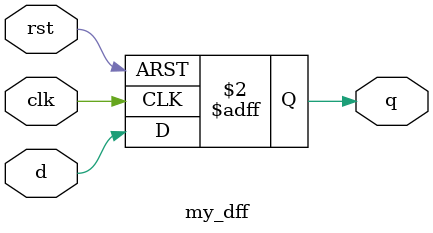
<source format=v>
module my_dff(clk, rst, d, q);
    input clk;
    input rst;
    input d;
    output reg q;

    always @(posedge clk or posedge rst) begin
        if (rst)
            q <= 1'b0;
        else
            q <= d;
    end
endmodule

</source>
